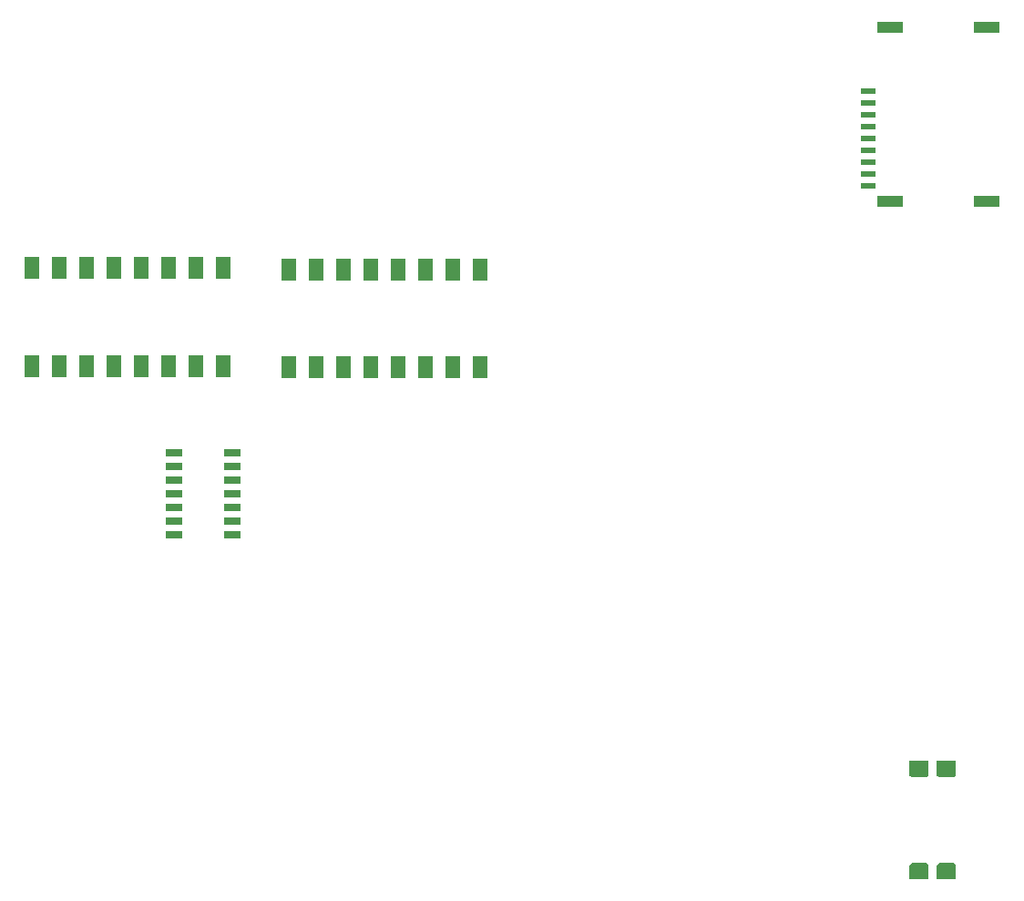
<source format=gtp>
G04*
G04 #@! TF.GenerationSoftware,Altium Limited,Altium Designer,24.2.2 (26)*
G04*
G04 Layer_Color=8421504*
%FSLAX42Y42*%
%MOMM*%
G71*
G04*
G04 #@! TF.SameCoordinates,1B85D7C3-CB2C-498D-ACBB-91D5DC165851*
G04*
G04*
G04 #@! TF.FilePolarity,Positive*
G04*
G01*
G75*
%ADD16R,1.40X0.62*%
%ADD17R,1.45X2.10*%
%ADD18R,2.40X1.10*%
%ADD19R,1.55X0.70*%
%ADD20C,1.37*%
G36*
X18785Y1615D02*
X18792Y1608D01*
X18796Y1599D01*
Y1594D01*
Y1467D01*
X18618D01*
Y1594D01*
Y1599D01*
X18622Y1608D01*
X18629Y1615D01*
X18638Y1619D01*
X18776D01*
X18785Y1615D01*
D02*
G37*
G36*
X19039D02*
X19046Y1608D01*
X19050Y1599D01*
Y1594D01*
Y1467D01*
X18872D01*
Y1594D01*
Y1599D01*
X18876Y1608D01*
X18883Y1615D01*
X18892Y1619D01*
X19030D01*
X19039Y1615D01*
D02*
G37*
G36*
X18796Y2445D02*
Y2440D01*
X18792Y2431D01*
X18785Y2424D01*
X18776Y2420D01*
X18638D01*
X18629Y2424D01*
X18622Y2431D01*
X18618Y2440D01*
Y2445D01*
Y2572D01*
X18796D01*
Y2445D01*
D02*
G37*
G36*
X19050D02*
Y2440D01*
X19046Y2431D01*
X19039Y2424D01*
X19030Y2420D01*
X18892D01*
X18883Y2424D01*
X18876Y2431D01*
X18872Y2440D01*
Y2445D01*
Y2572D01*
X19050D01*
Y2445D01*
D02*
G37*
D16*
X18238Y8462D02*
D03*
Y8792D02*
D03*
Y8682D02*
D03*
Y8572D02*
D03*
Y8352D02*
D03*
Y8242D02*
D03*
Y8132D02*
D03*
Y8022D02*
D03*
Y7912D02*
D03*
D17*
X12852Y7137D02*
D03*
X13106D02*
D03*
X13360D02*
D03*
X13614D02*
D03*
X13868D02*
D03*
X14122D02*
D03*
X14376D02*
D03*
X14630D02*
D03*
Y6227D02*
D03*
X14376D02*
D03*
X14122D02*
D03*
X13868D02*
D03*
X13614D02*
D03*
X13360D02*
D03*
X13106D02*
D03*
X12852D02*
D03*
X10465Y7150D02*
D03*
X10719D02*
D03*
X10973D02*
D03*
X11227D02*
D03*
X11481D02*
D03*
X11735D02*
D03*
X11989D02*
D03*
X12243D02*
D03*
Y6240D02*
D03*
X11989D02*
D03*
X11735D02*
D03*
X11481D02*
D03*
X11227D02*
D03*
X10973D02*
D03*
X10719D02*
D03*
X10465D02*
D03*
D18*
X18438Y7774D02*
D03*
X19338D02*
D03*
Y9389D02*
D03*
X18438D02*
D03*
D19*
X11780Y5436D02*
D03*
Y5309D02*
D03*
Y5182D02*
D03*
Y5055D02*
D03*
Y4928D02*
D03*
Y4801D02*
D03*
Y4674D02*
D03*
X12325D02*
D03*
Y4801D02*
D03*
Y4928D02*
D03*
Y5055D02*
D03*
Y5182D02*
D03*
Y5309D02*
D03*
Y5436D02*
D03*
D20*
X18961Y2496D02*
D03*
X18707D02*
D03*
Y1543D02*
D03*
X18961D02*
D03*
M02*

</source>
